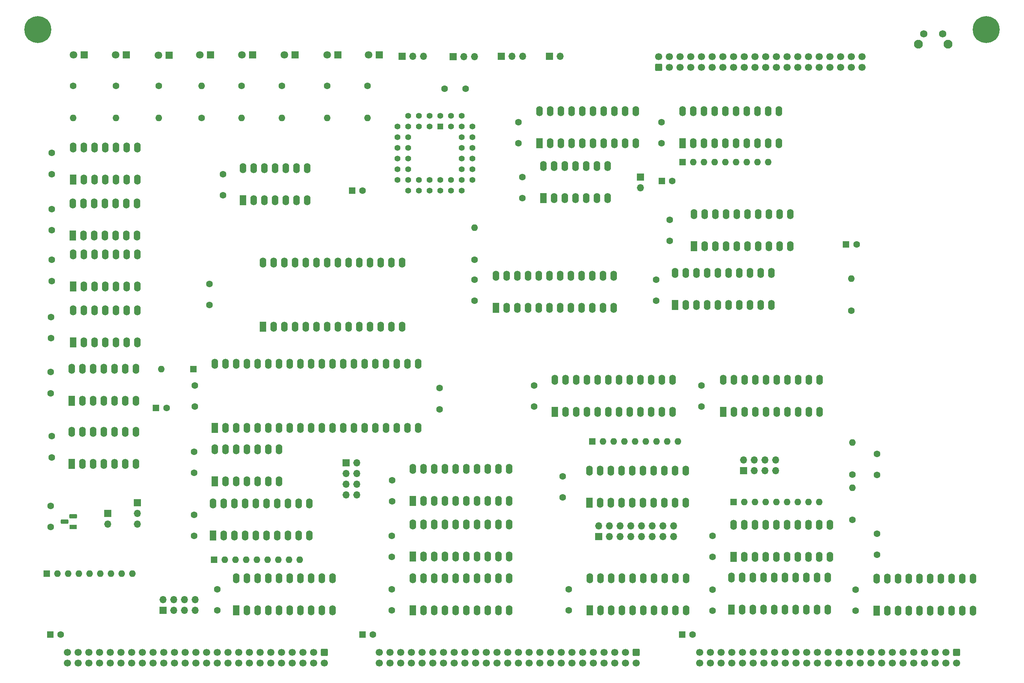
<source format=gbr>
%TF.GenerationSoftware,KiCad,Pcbnew,(6.0.11)*%
%TF.CreationDate,2023-12-18T18:02:58-06:00*%
%TF.ProjectId,processor.65816,70726f63-6573-4736-9f72-2e3635383136,v1.00*%
%TF.SameCoordinates,Original*%
%TF.FileFunction,Soldermask,Top*%
%TF.FilePolarity,Negative*%
%FSLAX46Y46*%
G04 Gerber Fmt 4.6, Leading zero omitted, Abs format (unit mm)*
G04 Created by KiCad (PCBNEW (6.0.11)) date 2023-12-18 18:02:58*
%MOMM*%
%LPD*%
G01*
G04 APERTURE LIST*
G04 Aperture macros list*
%AMRoundRect*
0 Rectangle with rounded corners*
0 $1 Rounding radius*
0 $2 $3 $4 $5 $6 $7 $8 $9 X,Y pos of 4 corners*
0 Add a 4 corners polygon primitive as box body*
4,1,4,$2,$3,$4,$5,$6,$7,$8,$9,$2,$3,0*
0 Add four circle primitives for the rounded corners*
1,1,$1+$1,$2,$3*
1,1,$1+$1,$4,$5*
1,1,$1+$1,$6,$7*
1,1,$1+$1,$8,$9*
0 Add four rect primitives between the rounded corners*
20,1,$1+$1,$2,$3,$4,$5,0*
20,1,$1+$1,$4,$5,$6,$7,0*
20,1,$1+$1,$6,$7,$8,$9,0*
20,1,$1+$1,$8,$9,$2,$3,0*%
G04 Aperture macros list end*
%ADD10RoundRect,0.250000X-0.600000X0.600000X-0.600000X-0.600000X0.600000X-0.600000X0.600000X0.600000X0*%
%ADD11C,1.700000*%
%ADD12C,1.600000*%
%ADD13R,1.600000X1.600000*%
%ADD14R,1.800000X1.800000*%
%ADD15C,1.800000*%
%ADD16O,1.600000X1.600000*%
%ADD17R,1.600000X2.400000*%
%ADD18O,1.600000X2.400000*%
%ADD19R,1.800000X1.100000*%
%ADD20RoundRect,0.275000X0.625000X-0.275000X0.625000X0.275000X-0.625000X0.275000X-0.625000X-0.275000X0*%
%ADD21C,6.400000*%
%ADD22R,1.700000X1.700000*%
%ADD23O,1.700000X1.700000*%
%ADD24RoundRect,0.250000X0.600000X-0.600000X0.600000X0.600000X-0.600000X0.600000X-0.600000X-0.600000X0*%
%ADD25R,1.422400X1.422400*%
%ADD26C,1.422400*%
%ADD27C,2.100000*%
%ADD28C,1.750000*%
G04 APERTURE END LIST*
D10*
%TO.C,P1*%
X108000000Y-223000000D03*
D11*
X108000000Y-225540000D03*
X105460000Y-223000000D03*
X105460000Y-225540000D03*
X102920000Y-223000000D03*
X102920000Y-225540000D03*
X100380000Y-223000000D03*
X100380000Y-225540000D03*
X97840000Y-223000000D03*
X97840000Y-225540000D03*
X95300000Y-223000000D03*
X95300000Y-225540000D03*
X92760000Y-223000000D03*
X92760000Y-225540000D03*
X90220000Y-223000000D03*
X90220000Y-225540000D03*
X87680000Y-223000000D03*
X87680000Y-225540000D03*
X85140000Y-223000000D03*
X85140000Y-225540000D03*
X82600000Y-223000000D03*
X82600000Y-225540000D03*
X80060000Y-223000000D03*
X80060000Y-225540000D03*
X77520000Y-223000000D03*
X77520000Y-225540000D03*
X74980000Y-223000000D03*
X74980000Y-225540000D03*
X72440000Y-223000000D03*
X72440000Y-225540000D03*
X69900000Y-223000000D03*
X69900000Y-225540000D03*
X67360000Y-223000000D03*
X67360000Y-225540000D03*
X64820000Y-223000000D03*
X64820000Y-225540000D03*
X62280000Y-223000000D03*
X62280000Y-225540000D03*
X59740000Y-223000000D03*
X59740000Y-225540000D03*
X57200000Y-223000000D03*
X57200000Y-225540000D03*
X54660000Y-223000000D03*
X54660000Y-225540000D03*
X52120000Y-223000000D03*
X52120000Y-225540000D03*
X49580000Y-223000000D03*
X49580000Y-225540000D03*
X47040000Y-223000000D03*
X47040000Y-225540000D03*
%TD*%
D12*
%TO.C,C2*%
X124000000Y-208000000D03*
X124000000Y-213000000D03*
%TD*%
%TO.C,C3*%
X43255000Y-129710000D03*
X43255000Y-134710000D03*
%TD*%
%TO.C,C4*%
X157750000Y-159550000D03*
X157750000Y-164550000D03*
%TD*%
%TO.C,C5*%
X77075000Y-190300000D03*
X77075000Y-195300000D03*
%TD*%
%TO.C,C6*%
X43000000Y-156380000D03*
X43000000Y-161380000D03*
%TD*%
%TO.C,C8*%
X166000000Y-208000000D03*
X166000000Y-213000000D03*
%TD*%
%TO.C,C9*%
X200075000Y-195250000D03*
X200075000Y-200250000D03*
%TD*%
%TO.C,C10*%
X43255000Y-171620000D03*
X43255000Y-176620000D03*
%TD*%
%TO.C,C11*%
X43255000Y-117645000D03*
X43255000Y-122645000D03*
%TD*%
%TO.C,C14*%
X189940000Y-120185000D03*
X189940000Y-125185000D03*
%TD*%
%TO.C,C15*%
X143600000Y-134400000D03*
X143600000Y-139400000D03*
%TD*%
D13*
%TO.C,C25*%
X42929600Y-218750000D03*
D12*
X45429600Y-218750000D03*
%TD*%
D13*
%TO.C,C26*%
X68019900Y-164900000D03*
D12*
X70519900Y-164900000D03*
%TD*%
%TO.C,C17*%
X80720000Y-135390000D03*
X80720000Y-140390000D03*
%TD*%
%TO.C,C20*%
X124000000Y-195300000D03*
X124000000Y-200300000D03*
%TD*%
%TO.C,C21*%
X77075000Y-175300000D03*
X77075000Y-180300000D03*
%TD*%
%TO.C,C22*%
X164540000Y-181145000D03*
X164540000Y-186145000D03*
%TD*%
%TO.C,C23*%
X135330000Y-165190000D03*
X135330000Y-160190000D03*
%TD*%
D13*
%TO.C,C27*%
X117000000Y-218750000D03*
D12*
X119500000Y-218750000D03*
%TD*%
D13*
%TO.C,C28*%
X192884700Y-218750000D03*
D12*
X195384700Y-218750000D03*
%TD*%
D13*
%TO.C,C29*%
X188044900Y-111000000D03*
D12*
X190544900Y-111000000D03*
%TD*%
D14*
%TO.C,D4*%
X81000000Y-81000000D03*
D15*
X78460000Y-81000000D03*
%TD*%
D14*
%TO.C,D5*%
X61000000Y-81000000D03*
D15*
X58460000Y-81000000D03*
%TD*%
D13*
%TO.C,D6*%
X76910000Y-155705000D03*
D16*
X69290000Y-155705000D03*
%TD*%
D14*
%TO.C,D1*%
X91000000Y-81000000D03*
D15*
X88460000Y-81000000D03*
%TD*%
D14*
%TO.C,D2*%
X101000000Y-81000000D03*
D15*
X98460000Y-81000000D03*
%TD*%
D12*
%TO.C,R5*%
X68655000Y-88395000D03*
D16*
X68655000Y-96015000D03*
%TD*%
D12*
%TO.C,R6*%
X58495000Y-88395000D03*
D16*
X58495000Y-96015000D03*
%TD*%
D17*
%TO.C,U4*%
X48000000Y-163200000D03*
D18*
X50540000Y-163200000D03*
X53080000Y-163200000D03*
X55620000Y-163200000D03*
X58160000Y-163200000D03*
X60700000Y-163200000D03*
X63240000Y-163200000D03*
X63240000Y-155580000D03*
X60700000Y-155580000D03*
X58160000Y-155580000D03*
X55620000Y-155580000D03*
X53080000Y-155580000D03*
X50540000Y-155580000D03*
X48000000Y-155580000D03*
%TD*%
D17*
%TO.C,U5*%
X128975000Y-200200000D03*
D18*
X131515000Y-200200000D03*
X134055000Y-200200000D03*
X136595000Y-200200000D03*
X139135000Y-200200000D03*
X141675000Y-200200000D03*
X144215000Y-200200000D03*
X146755000Y-200200000D03*
X149295000Y-200200000D03*
X151835000Y-200200000D03*
X151835000Y-192580000D03*
X149295000Y-192580000D03*
X146755000Y-192580000D03*
X144215000Y-192580000D03*
X141675000Y-192580000D03*
X139135000Y-192580000D03*
X136595000Y-192580000D03*
X134055000Y-192580000D03*
X131515000Y-192580000D03*
X128975000Y-192580000D03*
%TD*%
D17*
%TO.C,U6*%
X81575000Y-195200000D03*
D18*
X84115000Y-195200000D03*
X86655000Y-195200000D03*
X89195000Y-195200000D03*
X91735000Y-195200000D03*
X94275000Y-195200000D03*
X96815000Y-195200000D03*
X99355000Y-195200000D03*
X101895000Y-195200000D03*
X104435000Y-195200000D03*
X104435000Y-187580000D03*
X101895000Y-187580000D03*
X99355000Y-187580000D03*
X96815000Y-187580000D03*
X94275000Y-187580000D03*
X91735000Y-187580000D03*
X89195000Y-187580000D03*
X86655000Y-187580000D03*
X84115000Y-187580000D03*
X81575000Y-187580000D03*
%TD*%
D17*
%TO.C,U8*%
X171000000Y-213000000D03*
D18*
X173540000Y-213000000D03*
X176080000Y-213000000D03*
X178620000Y-213000000D03*
X181160000Y-213000000D03*
X183700000Y-213000000D03*
X186240000Y-213000000D03*
X188780000Y-213000000D03*
X191320000Y-213000000D03*
X193860000Y-213000000D03*
X193860000Y-205380000D03*
X191320000Y-205380000D03*
X188780000Y-205380000D03*
X186240000Y-205380000D03*
X183700000Y-205380000D03*
X181160000Y-205380000D03*
X178620000Y-205380000D03*
X176080000Y-205380000D03*
X173540000Y-205380000D03*
X171000000Y-205380000D03*
%TD*%
D19*
%TO.C,U15*%
X48400000Y-193200000D03*
D20*
X46330000Y-191930000D03*
X48400000Y-190660000D03*
%TD*%
D17*
%TO.C,U1*%
X128975000Y-213000000D03*
D18*
X131515000Y-213000000D03*
X134055000Y-213000000D03*
X136595000Y-213000000D03*
X139135000Y-213000000D03*
X141675000Y-213000000D03*
X144215000Y-213000000D03*
X146755000Y-213000000D03*
X149295000Y-213000000D03*
X151835000Y-213000000D03*
X151835000Y-205380000D03*
X149295000Y-205380000D03*
X146755000Y-205380000D03*
X144215000Y-205380000D03*
X141675000Y-205380000D03*
X139135000Y-205380000D03*
X136595000Y-205380000D03*
X134055000Y-205380000D03*
X131515000Y-205380000D03*
X128975000Y-205380000D03*
%TD*%
D10*
%TO.C,P2*%
X182000000Y-223000000D03*
D11*
X182000000Y-225540000D03*
X179460000Y-223000000D03*
X179460000Y-225540000D03*
X176920000Y-223000000D03*
X176920000Y-225540000D03*
X174380000Y-223000000D03*
X174380000Y-225540000D03*
X171840000Y-223000000D03*
X171840000Y-225540000D03*
X169300000Y-223000000D03*
X169300000Y-225540000D03*
X166760000Y-223000000D03*
X166760000Y-225540000D03*
X164220000Y-223000000D03*
X164220000Y-225540000D03*
X161680000Y-223000000D03*
X161680000Y-225540000D03*
X159140000Y-223000000D03*
X159140000Y-225540000D03*
X156600000Y-223000000D03*
X156600000Y-225540000D03*
X154060000Y-223000000D03*
X154060000Y-225540000D03*
X151520000Y-223000000D03*
X151520000Y-225540000D03*
X148980000Y-223000000D03*
X148980000Y-225540000D03*
X146440000Y-223000000D03*
X146440000Y-225540000D03*
X143900000Y-223000000D03*
X143900000Y-225540000D03*
X141360000Y-223000000D03*
X141360000Y-225540000D03*
X138820000Y-223000000D03*
X138820000Y-225540000D03*
X136280000Y-223000000D03*
X136280000Y-225540000D03*
X133740000Y-223000000D03*
X133740000Y-225540000D03*
X131200000Y-223000000D03*
X131200000Y-225540000D03*
X128660000Y-223000000D03*
X128660000Y-225540000D03*
X126120000Y-223000000D03*
X126120000Y-225540000D03*
X123580000Y-223000000D03*
X123580000Y-225540000D03*
X121040000Y-223000000D03*
X121040000Y-225540000D03*
%TD*%
D21*
%TO.C,H2*%
X265000000Y-75000000D03*
%TD*%
D13*
%TO.C,RN1*%
X81800000Y-201000000D03*
D16*
X84340000Y-201000000D03*
X86880000Y-201000000D03*
X89420000Y-201000000D03*
X91960000Y-201000000D03*
X94500000Y-201000000D03*
X97040000Y-201000000D03*
X99580000Y-201000000D03*
X102120000Y-201000000D03*
%TD*%
D17*
%TO.C,U11*%
X87075000Y-213025000D03*
D18*
X89615000Y-213025000D03*
X92155000Y-213025000D03*
X94695000Y-213025000D03*
X97235000Y-213025000D03*
X99775000Y-213025000D03*
X102315000Y-213025000D03*
X104855000Y-213025000D03*
X107395000Y-213025000D03*
X109935000Y-213025000D03*
X109935000Y-205405000D03*
X107395000Y-205405000D03*
X104855000Y-205405000D03*
X102315000Y-205405000D03*
X99775000Y-205405000D03*
X97235000Y-205405000D03*
X94695000Y-205405000D03*
X92155000Y-205405000D03*
X89615000Y-205405000D03*
X87075000Y-205405000D03*
%TD*%
D12*
%TO.C,C19*%
X43000000Y-188200000D03*
X43000000Y-193200000D03*
%TD*%
%TO.C,C18*%
X43125000Y-143300000D03*
X43125000Y-148300000D03*
%TD*%
%TO.C,C12*%
X77250000Y-159550000D03*
X77250000Y-164550000D03*
%TD*%
%TO.C,C16*%
X82575000Y-208025000D03*
X82575000Y-213025000D03*
%TD*%
D17*
%TO.C,U3*%
X48000000Y-178200000D03*
D18*
X50540000Y-178200000D03*
X53080000Y-178200000D03*
X55620000Y-178200000D03*
X58160000Y-178200000D03*
X60700000Y-178200000D03*
X63240000Y-178200000D03*
X63240000Y-170580000D03*
X60700000Y-170580000D03*
X58160000Y-170580000D03*
X55620000Y-170580000D03*
X53080000Y-170580000D03*
X50540000Y-170580000D03*
X48000000Y-170580000D03*
%TD*%
D21*
%TO.C,H1*%
X40000000Y-75000000D03*
%TD*%
D14*
%TO.C,D7*%
X51000000Y-81000000D03*
D15*
X48460000Y-81000000D03*
%TD*%
D10*
%TO.C,P3*%
X258000000Y-223000000D03*
D11*
X258000000Y-225540000D03*
X255460000Y-223000000D03*
X255460000Y-225540000D03*
X252920000Y-223000000D03*
X252920000Y-225540000D03*
X250380000Y-223000000D03*
X250380000Y-225540000D03*
X247840000Y-223000000D03*
X247840000Y-225540000D03*
X245300000Y-223000000D03*
X245300000Y-225540000D03*
X242760000Y-223000000D03*
X242760000Y-225540000D03*
X240220000Y-223000000D03*
X240220000Y-225540000D03*
X237680000Y-223000000D03*
X237680000Y-225540000D03*
X235140000Y-223000000D03*
X235140000Y-225540000D03*
X232600000Y-223000000D03*
X232600000Y-225540000D03*
X230060000Y-223000000D03*
X230060000Y-225540000D03*
X227520000Y-223000000D03*
X227520000Y-225540000D03*
X224980000Y-223000000D03*
X224980000Y-225540000D03*
X222440000Y-223000000D03*
X222440000Y-225540000D03*
X219900000Y-223000000D03*
X219900000Y-225540000D03*
X217360000Y-223000000D03*
X217360000Y-225540000D03*
X214820000Y-223000000D03*
X214820000Y-225540000D03*
X212280000Y-223000000D03*
X212280000Y-225540000D03*
X209740000Y-223000000D03*
X209740000Y-225540000D03*
X207200000Y-223000000D03*
X207200000Y-225540000D03*
X204660000Y-223000000D03*
X204660000Y-225540000D03*
X202120000Y-223000000D03*
X202120000Y-225540000D03*
X199580000Y-223000000D03*
X199580000Y-225540000D03*
X197040000Y-223000000D03*
X197040000Y-225540000D03*
%TD*%
D17*
%TO.C,U13*%
X48255000Y-123875000D03*
D18*
X50795000Y-123875000D03*
X53335000Y-123875000D03*
X55875000Y-123875000D03*
X58415000Y-123875000D03*
X60955000Y-123875000D03*
X63495000Y-123875000D03*
X63495000Y-116255000D03*
X60955000Y-116255000D03*
X58415000Y-116255000D03*
X55875000Y-116255000D03*
X53335000Y-116255000D03*
X50795000Y-116255000D03*
X48255000Y-116255000D03*
%TD*%
D12*
%TO.C,C36*%
X188000000Y-97000000D03*
X188000000Y-102000000D03*
%TD*%
%TO.C,C38*%
X124075000Y-182050000D03*
X124075000Y-187050000D03*
%TD*%
D13*
%TO.C,C46*%
X114544900Y-113250000D03*
D12*
X117044900Y-113250000D03*
%TD*%
D14*
%TO.C,D8*%
X121000000Y-81000000D03*
D15*
X118460000Y-81000000D03*
%TD*%
D17*
%TO.C,U19*%
X93430000Y-145550000D03*
D18*
X95970000Y-145550000D03*
X98510000Y-145550000D03*
X101050000Y-145550000D03*
X103590000Y-145550000D03*
X106130000Y-145550000D03*
X108670000Y-145550000D03*
X111210000Y-145550000D03*
X113750000Y-145550000D03*
X116290000Y-145550000D03*
X118830000Y-145550000D03*
X121370000Y-145550000D03*
X123910000Y-145550000D03*
X126450000Y-145550000D03*
X126450000Y-130310000D03*
X123910000Y-130310000D03*
X121370000Y-130310000D03*
X118830000Y-130310000D03*
X116290000Y-130310000D03*
X113750000Y-130310000D03*
X111210000Y-130310000D03*
X108670000Y-130310000D03*
X106130000Y-130310000D03*
X103590000Y-130310000D03*
X101050000Y-130310000D03*
X98510000Y-130310000D03*
X95970000Y-130310000D03*
X93430000Y-130310000D03*
%TD*%
D17*
%TO.C,U7*%
X48335000Y-149355000D03*
D18*
X50875000Y-149355000D03*
X53415000Y-149355000D03*
X55955000Y-149355000D03*
X58495000Y-149355000D03*
X61035000Y-149355000D03*
X63575000Y-149355000D03*
X63575000Y-141735000D03*
X61035000Y-141735000D03*
X58495000Y-141735000D03*
X55955000Y-141735000D03*
X53415000Y-141735000D03*
X50875000Y-141735000D03*
X48335000Y-141735000D03*
%TD*%
D13*
%TO.C,C1*%
X231794900Y-126000000D03*
D12*
X234294900Y-126000000D03*
%TD*%
D14*
%TO.C,D9*%
X111180000Y-81000000D03*
D15*
X108640000Y-81000000D03*
%TD*%
D22*
%TO.C,JP7*%
X69700000Y-213025000D03*
D23*
X69700000Y-210485000D03*
X72240000Y-213025000D03*
X72240000Y-210485000D03*
X74780000Y-213025000D03*
X74780000Y-210485000D03*
X77320000Y-213025000D03*
X77320000Y-210485000D03*
%TD*%
D13*
%TO.C,RN4*%
X42075000Y-204250000D03*
D16*
X44615000Y-204250000D03*
X47155000Y-204250000D03*
X49695000Y-204250000D03*
X52235000Y-204250000D03*
X54775000Y-204250000D03*
X57315000Y-204250000D03*
X59855000Y-204250000D03*
X62395000Y-204250000D03*
%TD*%
D24*
%TO.C,J11*%
X187350000Y-83917500D03*
D11*
X187350000Y-81377500D03*
X189890000Y-83917500D03*
X189890000Y-81377500D03*
X192430000Y-83917500D03*
X192430000Y-81377500D03*
X194970000Y-83917500D03*
X194970000Y-81377500D03*
X197510000Y-83917500D03*
X197510000Y-81377500D03*
X200050000Y-83917500D03*
X200050000Y-81377500D03*
X202590000Y-83917500D03*
X202590000Y-81377500D03*
X205130000Y-83917500D03*
X205130000Y-81377500D03*
X207670000Y-83917500D03*
X207670000Y-81377500D03*
X210210000Y-83917500D03*
X210210000Y-81377500D03*
X212750000Y-83917500D03*
X212750000Y-81377500D03*
X215290000Y-83917500D03*
X215290000Y-81377500D03*
X217830000Y-83917500D03*
X217830000Y-81377500D03*
X220370000Y-83917500D03*
X220370000Y-81377500D03*
X222910000Y-83917500D03*
X222910000Y-81377500D03*
X225450000Y-83917500D03*
X225450000Y-81377500D03*
X227990000Y-83917500D03*
X227990000Y-81377500D03*
X230530000Y-83917500D03*
X230530000Y-81377500D03*
X233070000Y-83917500D03*
X233070000Y-81377500D03*
X235610000Y-83917500D03*
X235610000Y-81377500D03*
%TD*%
D13*
%TO.C,RN5*%
X193000000Y-106500000D03*
D16*
X195540000Y-106500000D03*
X198080000Y-106500000D03*
X200620000Y-106500000D03*
X203160000Y-106500000D03*
X205700000Y-106500000D03*
X208240000Y-106500000D03*
X210780000Y-106500000D03*
X213320000Y-106500000D03*
%TD*%
D17*
%TO.C,U31*%
X193000000Y-102000000D03*
D18*
X195540000Y-102000000D03*
X198080000Y-102000000D03*
X200620000Y-102000000D03*
X203160000Y-102000000D03*
X205700000Y-102000000D03*
X208240000Y-102000000D03*
X210780000Y-102000000D03*
X213320000Y-102000000D03*
X215860000Y-102000000D03*
X215860000Y-94380000D03*
X213320000Y-94380000D03*
X210780000Y-94380000D03*
X208240000Y-94380000D03*
X205700000Y-94380000D03*
X203160000Y-94380000D03*
X200620000Y-94380000D03*
X198080000Y-94380000D03*
X195540000Y-94380000D03*
X193000000Y-94380000D03*
%TD*%
D17*
%TO.C,U33*%
X159000000Y-102000000D03*
D18*
X161540000Y-102000000D03*
X164080000Y-102000000D03*
X166620000Y-102000000D03*
X169160000Y-102000000D03*
X171700000Y-102000000D03*
X174240000Y-102000000D03*
X176780000Y-102000000D03*
X179320000Y-102000000D03*
X181860000Y-102000000D03*
X181860000Y-94380000D03*
X179320000Y-94380000D03*
X176780000Y-94380000D03*
X174240000Y-94380000D03*
X171700000Y-94380000D03*
X169160000Y-94380000D03*
X166620000Y-94380000D03*
X164080000Y-94380000D03*
X161540000Y-94380000D03*
X159000000Y-94380000D03*
%TD*%
D17*
%TO.C,U20*%
X162630000Y-165855000D03*
D18*
X165170000Y-165855000D03*
X167710000Y-165855000D03*
X170250000Y-165855000D03*
X172790000Y-165855000D03*
X175330000Y-165855000D03*
X177870000Y-165855000D03*
X180410000Y-165855000D03*
X182950000Y-165855000D03*
X185490000Y-165855000D03*
X188030000Y-165855000D03*
X190570000Y-165855000D03*
X190570000Y-158235000D03*
X188030000Y-158235000D03*
X185490000Y-158235000D03*
X182950000Y-158235000D03*
X180410000Y-158235000D03*
X177870000Y-158235000D03*
X175330000Y-158235000D03*
X172790000Y-158235000D03*
X170250000Y-158235000D03*
X167710000Y-158235000D03*
X165170000Y-158235000D03*
X162630000Y-158235000D03*
%TD*%
D12*
%TO.C,C37*%
X200075000Y-208050000D03*
X200075000Y-213050000D03*
%TD*%
D22*
%TO.C,JP10*%
X207500000Y-179775000D03*
D23*
X207500000Y-177235000D03*
X210040000Y-179775000D03*
X210040000Y-177235000D03*
X212580000Y-179775000D03*
X212580000Y-177235000D03*
X215120000Y-179775000D03*
X215120000Y-177235000D03*
%TD*%
D13*
%TO.C,RN8*%
X205075000Y-187250000D03*
D16*
X207615000Y-187250000D03*
X210155000Y-187250000D03*
X212695000Y-187250000D03*
X215235000Y-187250000D03*
X217775000Y-187250000D03*
X220315000Y-187250000D03*
X222855000Y-187250000D03*
X225395000Y-187250000D03*
%TD*%
D17*
%TO.C,U9*%
X191205000Y-140455000D03*
D18*
X193745000Y-140455000D03*
X196285000Y-140455000D03*
X198825000Y-140455000D03*
X201365000Y-140455000D03*
X203905000Y-140455000D03*
X206445000Y-140455000D03*
X208985000Y-140455000D03*
X211525000Y-140455000D03*
X214065000Y-140455000D03*
X214065000Y-132835000D03*
X211525000Y-132835000D03*
X208985000Y-132835000D03*
X206445000Y-132835000D03*
X203905000Y-132835000D03*
X201365000Y-132835000D03*
X198825000Y-132835000D03*
X196285000Y-132835000D03*
X193745000Y-132835000D03*
X191205000Y-132835000D03*
%TD*%
D17*
%TO.C,U10*%
X148670000Y-141090000D03*
D18*
X151210000Y-141090000D03*
X153750000Y-141090000D03*
X156290000Y-141090000D03*
X158830000Y-141090000D03*
X161370000Y-141090000D03*
X163910000Y-141090000D03*
X166450000Y-141090000D03*
X168990000Y-141090000D03*
X171530000Y-141090000D03*
X174070000Y-141090000D03*
X176610000Y-141090000D03*
X176610000Y-133470000D03*
X174070000Y-133470000D03*
X171530000Y-133470000D03*
X168990000Y-133470000D03*
X166450000Y-133470000D03*
X163910000Y-133470000D03*
X161370000Y-133470000D03*
X158830000Y-133470000D03*
X156290000Y-133470000D03*
X153750000Y-133470000D03*
X151210000Y-133470000D03*
X148670000Y-133470000D03*
%TD*%
D17*
%TO.C,U12*%
X205075000Y-200250000D03*
D18*
X207615000Y-200250000D03*
X210155000Y-200250000D03*
X212695000Y-200250000D03*
X215235000Y-200250000D03*
X217775000Y-200250000D03*
X220315000Y-200250000D03*
X222855000Y-200250000D03*
X225395000Y-200250000D03*
X227935000Y-200250000D03*
X227935000Y-192630000D03*
X225395000Y-192630000D03*
X222855000Y-192630000D03*
X220315000Y-192630000D03*
X217775000Y-192630000D03*
X215235000Y-192630000D03*
X212695000Y-192630000D03*
X210155000Y-192630000D03*
X207615000Y-192630000D03*
X205075000Y-192630000D03*
%TD*%
D17*
%TO.C,U23*%
X128950000Y-187000000D03*
D18*
X131490000Y-187000000D03*
X134030000Y-187000000D03*
X136570000Y-187000000D03*
X139110000Y-187000000D03*
X141650000Y-187000000D03*
X144190000Y-187000000D03*
X146730000Y-187000000D03*
X149270000Y-187000000D03*
X151810000Y-187000000D03*
X151810000Y-179380000D03*
X149270000Y-179380000D03*
X146730000Y-179380000D03*
X144190000Y-179380000D03*
X141650000Y-179380000D03*
X139110000Y-179380000D03*
X136570000Y-179380000D03*
X134030000Y-179380000D03*
X131490000Y-179380000D03*
X128950000Y-179380000D03*
%TD*%
D12*
%TO.C,C30*%
X239125000Y-175800000D03*
X239125000Y-180800000D03*
%TD*%
%TO.C,C31*%
X154000000Y-97000000D03*
X154000000Y-102000000D03*
%TD*%
%TO.C,C32*%
X239125000Y-194800000D03*
X239125000Y-199800000D03*
%TD*%
%TO.C,C33*%
X83895000Y-109350000D03*
X83895000Y-114350000D03*
%TD*%
%TO.C,C34*%
X43255000Y-104310000D03*
X43255000Y-109310000D03*
%TD*%
%TO.C,C35*%
X136500000Y-89000000D03*
X141500000Y-89000000D03*
%TD*%
D25*
%TO.C,U14*%
X135500000Y-98000000D03*
D26*
X132960000Y-95460000D03*
X132960000Y-98000000D03*
X130420000Y-95460000D03*
X130420000Y-98000000D03*
X127880000Y-95460000D03*
X125340000Y-98000000D03*
X127880000Y-98000000D03*
X125340000Y-100540000D03*
X127880000Y-100540000D03*
X125340000Y-103080000D03*
X127880000Y-103080000D03*
X125340000Y-105620000D03*
X127880000Y-105620000D03*
X125340000Y-108160000D03*
X127880000Y-108160000D03*
X125340000Y-110700000D03*
X127880000Y-113240000D03*
X127880000Y-110700000D03*
X130420000Y-113240000D03*
X130420000Y-110700000D03*
X132960000Y-113240000D03*
X132960000Y-110700000D03*
X135500000Y-113240000D03*
X135500000Y-110700000D03*
X138040000Y-113240000D03*
X138040000Y-110700000D03*
X140580000Y-113240000D03*
X143120000Y-110700000D03*
X140580000Y-110700000D03*
X143120000Y-108160000D03*
X140580000Y-108160000D03*
X143120000Y-105620000D03*
X140580000Y-105620000D03*
X143120000Y-103080000D03*
X140580000Y-103080000D03*
X143120000Y-100540000D03*
X140580000Y-100540000D03*
X143120000Y-98000000D03*
X140580000Y-95460000D03*
X140580000Y-98000000D03*
X138040000Y-95460000D03*
X138040000Y-98000000D03*
X135500000Y-95460000D03*
%TD*%
D17*
%TO.C,U2*%
X160000000Y-115000000D03*
D18*
X162540000Y-115000000D03*
X165080000Y-115000000D03*
X167620000Y-115000000D03*
X170160000Y-115000000D03*
X172700000Y-115000000D03*
X175240000Y-115000000D03*
X175240000Y-107380000D03*
X172700000Y-107380000D03*
X170160000Y-107380000D03*
X167620000Y-107380000D03*
X165080000Y-107380000D03*
X162540000Y-107380000D03*
X160000000Y-107380000D03*
%TD*%
D22*
%TO.C,JP13*%
X183000000Y-110000000D03*
D23*
X183000000Y-112540000D03*
%TD*%
D14*
%TO.C,D3*%
X71175000Y-81065000D03*
D15*
X68635000Y-81065000D03*
%TD*%
D12*
%TO.C,R4*%
X97865000Y-88395000D03*
D16*
X97865000Y-96015000D03*
%TD*%
D27*
%TO.C,SW1*%
X255985000Y-78452500D03*
X248975000Y-78452500D03*
D28*
X250225000Y-75962500D03*
X254725000Y-75962500D03*
%TD*%
D12*
%TO.C,C39*%
X155000000Y-110000000D03*
X155000000Y-115000000D03*
%TD*%
%TO.C,R1*%
X143585000Y-129670000D03*
D16*
X143585000Y-122050000D03*
%TD*%
D17*
%TO.C,U18*%
X202640000Y-165865000D03*
D18*
X205180000Y-165865000D03*
X207720000Y-165865000D03*
X210260000Y-165865000D03*
X212800000Y-165865000D03*
X215340000Y-165865000D03*
X217880000Y-165865000D03*
X220420000Y-165865000D03*
X222960000Y-165865000D03*
X225500000Y-165865000D03*
X225500000Y-158245000D03*
X222960000Y-158245000D03*
X220420000Y-158245000D03*
X217880000Y-158245000D03*
X215340000Y-158245000D03*
X212800000Y-158245000D03*
X210260000Y-158245000D03*
X207720000Y-158245000D03*
X205180000Y-158245000D03*
X202640000Y-158245000D03*
%TD*%
D12*
%TO.C,C13*%
X197500000Y-159550000D03*
X197500000Y-164550000D03*
%TD*%
%TO.C,C24*%
X186750000Y-134400000D03*
X186750000Y-139400000D03*
%TD*%
D22*
%TO.C,J5*%
X149950000Y-81340000D03*
D23*
X152490000Y-81340000D03*
X155030000Y-81340000D03*
%TD*%
D12*
%TO.C,R8*%
X78815000Y-96015000D03*
D16*
X78815000Y-88395000D03*
%TD*%
D22*
%TO.C,JP3*%
X161360000Y-81340000D03*
D23*
X163900000Y-81340000D03*
%TD*%
D17*
%TO.C,U22*%
X170895000Y-187445000D03*
D18*
X173435000Y-187445000D03*
X175975000Y-187445000D03*
X178515000Y-187445000D03*
X181055000Y-187445000D03*
X183595000Y-187445000D03*
X186135000Y-187445000D03*
X188675000Y-187445000D03*
X191215000Y-187445000D03*
X193755000Y-187445000D03*
X193755000Y-179825000D03*
X191215000Y-179825000D03*
X188675000Y-179825000D03*
X186135000Y-179825000D03*
X183595000Y-179825000D03*
X181055000Y-179825000D03*
X178515000Y-179825000D03*
X175975000Y-179825000D03*
X173435000Y-179825000D03*
X170895000Y-179825000D03*
%TD*%
D12*
%TO.C,R12*%
X108660000Y-88395000D03*
D16*
X108660000Y-96015000D03*
%TD*%
D22*
%TO.C,JP1*%
X63575000Y-187455000D03*
D23*
X63575000Y-189995000D03*
X63575000Y-192535000D03*
%TD*%
D17*
%TO.C,U26*%
X88685000Y-115555000D03*
D18*
X91225000Y-115555000D03*
X93765000Y-115555000D03*
X96305000Y-115555000D03*
X98845000Y-115555000D03*
X101385000Y-115555000D03*
X103925000Y-115555000D03*
X103925000Y-107935000D03*
X101385000Y-107935000D03*
X98845000Y-107935000D03*
X96305000Y-107935000D03*
X93765000Y-107935000D03*
X91225000Y-107935000D03*
X88685000Y-107935000D03*
%TD*%
D12*
%TO.C,R3*%
X233250000Y-191500000D03*
D16*
X233250000Y-183880000D03*
%TD*%
D22*
%TO.C,J3*%
X126455000Y-81340000D03*
D23*
X128995000Y-81340000D03*
X131535000Y-81340000D03*
%TD*%
D17*
%TO.C,U17*%
X81985000Y-182365000D03*
D18*
X84525000Y-182365000D03*
X87065000Y-182365000D03*
X89605000Y-182365000D03*
X92145000Y-182365000D03*
X94685000Y-182365000D03*
X97225000Y-182365000D03*
X97225000Y-174745000D03*
X94685000Y-174745000D03*
X92145000Y-174745000D03*
X89605000Y-174745000D03*
X87065000Y-174745000D03*
X84525000Y-174745000D03*
X81985000Y-174745000D03*
%TD*%
D22*
%TO.C,J1*%
X173125000Y-195475000D03*
D23*
X173125000Y-192935000D03*
X175665000Y-195475000D03*
X175665000Y-192935000D03*
X178205000Y-195475000D03*
X178205000Y-192935000D03*
X180745000Y-195475000D03*
X180745000Y-192935000D03*
X183285000Y-195475000D03*
X183285000Y-192935000D03*
X185825000Y-195475000D03*
X185825000Y-192935000D03*
X188365000Y-195475000D03*
X188365000Y-192935000D03*
X190905000Y-195475000D03*
X190905000Y-192935000D03*
%TD*%
D12*
%TO.C,R11*%
X118185000Y-88395000D03*
D16*
X118185000Y-96015000D03*
%TD*%
D17*
%TO.C,U27*%
X239075000Y-213050000D03*
D18*
X241615000Y-213050000D03*
X244155000Y-213050000D03*
X246695000Y-213050000D03*
X249235000Y-213050000D03*
X251775000Y-213050000D03*
X254315000Y-213050000D03*
X256855000Y-213050000D03*
X259395000Y-213050000D03*
X261935000Y-213050000D03*
X261935000Y-205430000D03*
X259395000Y-205430000D03*
X256855000Y-205430000D03*
X254315000Y-205430000D03*
X251775000Y-205430000D03*
X249235000Y-205430000D03*
X246695000Y-205430000D03*
X244155000Y-205430000D03*
X241615000Y-205430000D03*
X239075000Y-205430000D03*
%TD*%
D12*
%TO.C,C40*%
X234075000Y-208050000D03*
X234075000Y-213050000D03*
%TD*%
%TO.C,R7*%
X233000000Y-141810000D03*
D16*
X233000000Y-134190000D03*
%TD*%
D22*
%TO.C,JP2*%
X56590000Y-189995000D03*
D23*
X56590000Y-192535000D03*
%TD*%
D12*
%TO.C,R14*%
X88340000Y-88395000D03*
D16*
X88340000Y-96015000D03*
%TD*%
D22*
%TO.C,J4*%
X113100000Y-177940000D03*
D23*
X115640000Y-177940000D03*
X113100000Y-180480000D03*
X115640000Y-180480000D03*
X113100000Y-183020000D03*
X115640000Y-183020000D03*
X113100000Y-185560000D03*
X115640000Y-185560000D03*
%TD*%
D12*
%TO.C,R13*%
X48335000Y-88395000D03*
D16*
X48335000Y-96015000D03*
%TD*%
D17*
%TO.C,U25*%
X195660000Y-126485000D03*
D18*
X198200000Y-126485000D03*
X200740000Y-126485000D03*
X203280000Y-126485000D03*
X205820000Y-126485000D03*
X208360000Y-126485000D03*
X210900000Y-126485000D03*
X213440000Y-126485000D03*
X215980000Y-126485000D03*
X218520000Y-126485000D03*
X218520000Y-118865000D03*
X215980000Y-118865000D03*
X213440000Y-118865000D03*
X210900000Y-118865000D03*
X208360000Y-118865000D03*
X205820000Y-118865000D03*
X203280000Y-118865000D03*
X200740000Y-118865000D03*
X198200000Y-118865000D03*
X195660000Y-118865000D03*
%TD*%
D13*
%TO.C,RN2*%
X171525000Y-172850000D03*
D16*
X174065000Y-172850000D03*
X176605000Y-172850000D03*
X179145000Y-172850000D03*
X181685000Y-172850000D03*
X184225000Y-172850000D03*
X186765000Y-172850000D03*
X189305000Y-172850000D03*
X191845000Y-172850000D03*
%TD*%
D12*
%TO.C,R2*%
X233250000Y-180750000D03*
D16*
X233250000Y-173130000D03*
%TD*%
D17*
%TO.C,U24*%
X204545000Y-212855000D03*
D18*
X207085000Y-212855000D03*
X209625000Y-212855000D03*
X212165000Y-212855000D03*
X214705000Y-212855000D03*
X217245000Y-212855000D03*
X219785000Y-212855000D03*
X222325000Y-212855000D03*
X224865000Y-212855000D03*
X227405000Y-212855000D03*
X227405000Y-205235000D03*
X224865000Y-205235000D03*
X222325000Y-205235000D03*
X219785000Y-205235000D03*
X217245000Y-205235000D03*
X214705000Y-205235000D03*
X212165000Y-205235000D03*
X209625000Y-205235000D03*
X207085000Y-205235000D03*
X204545000Y-205235000D03*
%TD*%
D17*
%TO.C,U16*%
X48335000Y-136020000D03*
D18*
X50875000Y-136020000D03*
X53415000Y-136020000D03*
X55955000Y-136020000D03*
X58495000Y-136020000D03*
X61035000Y-136020000D03*
X63575000Y-136020000D03*
X63575000Y-128400000D03*
X61035000Y-128400000D03*
X58495000Y-128400000D03*
X55955000Y-128400000D03*
X53415000Y-128400000D03*
X50875000Y-128400000D03*
X48335000Y-128400000D03*
%TD*%
D17*
%TO.C,IC1*%
X81990000Y-169675000D03*
D18*
X84530000Y-169675000D03*
X87070000Y-169675000D03*
X89610000Y-169675000D03*
X92150000Y-169675000D03*
X94690000Y-169675000D03*
X97230000Y-169675000D03*
X99770000Y-169675000D03*
X102310000Y-169675000D03*
X104850000Y-169675000D03*
X107390000Y-169675000D03*
X109930000Y-169675000D03*
X112470000Y-169675000D03*
X115010000Y-169675000D03*
X117550000Y-169675000D03*
X120090000Y-169675000D03*
X122630000Y-169675000D03*
X125170000Y-169675000D03*
X127710000Y-169675000D03*
X130250000Y-169675000D03*
X130250000Y-154435000D03*
X127710000Y-154435000D03*
X125170000Y-154435000D03*
X122630000Y-154435000D03*
X120090000Y-154435000D03*
X117550000Y-154435000D03*
X115010000Y-154435000D03*
X112470000Y-154435000D03*
X109930000Y-154435000D03*
X107390000Y-154435000D03*
X104850000Y-154435000D03*
X102310000Y-154435000D03*
X99770000Y-154435000D03*
X97230000Y-154435000D03*
X94690000Y-154435000D03*
X92150000Y-154435000D03*
X89610000Y-154435000D03*
X87070000Y-154435000D03*
X84530000Y-154435000D03*
X81990000Y-154435000D03*
%TD*%
D17*
%TO.C,U21*%
X48330000Y-110610000D03*
D18*
X50870000Y-110610000D03*
X53410000Y-110610000D03*
X55950000Y-110610000D03*
X58490000Y-110610000D03*
X61030000Y-110610000D03*
X63570000Y-110610000D03*
X63570000Y-102990000D03*
X61030000Y-102990000D03*
X58490000Y-102990000D03*
X55950000Y-102990000D03*
X53410000Y-102990000D03*
X50870000Y-102990000D03*
X48330000Y-102990000D03*
%TD*%
D22*
%TO.C,J2*%
X138505000Y-81410000D03*
D23*
X141045000Y-81410000D03*
X143585000Y-81410000D03*
%TD*%
M02*

</source>
